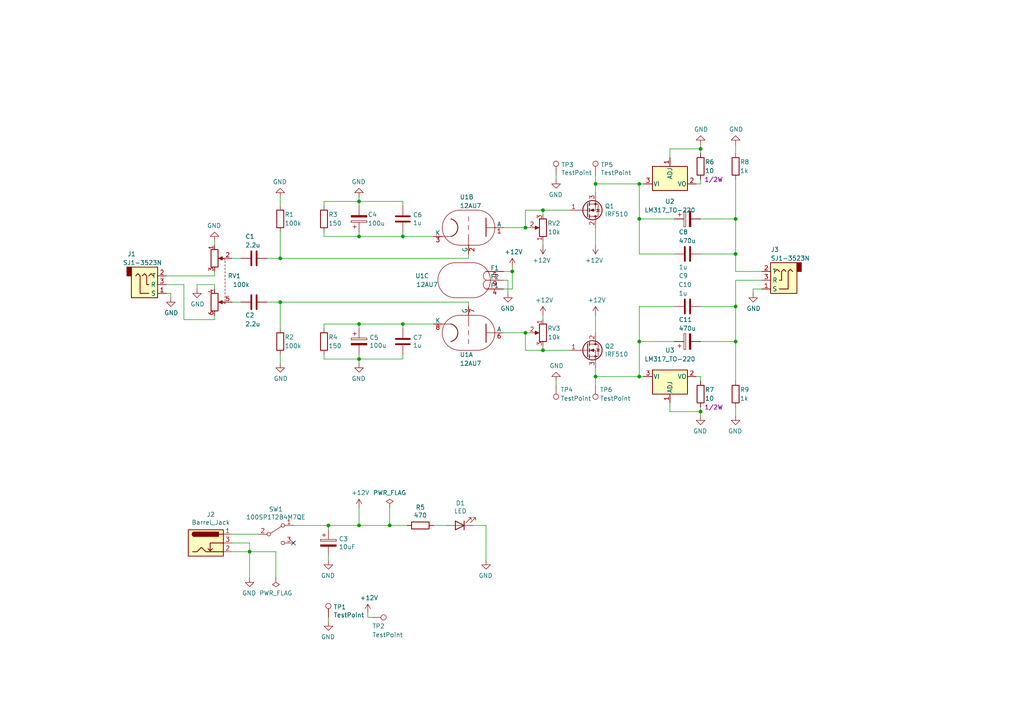
<source format=kicad_sch>
(kicad_sch (version 20211123) (generator eeschema)
  (paper "A4")
  (title_block (title "12AU7 Headphone Amplifier") (date "2020-11-06") (rev "2.0") (company "Aaron & Ryan Shappell"))
  (lib_symbols
    (symbol "12AU7-Amplifier:SJ-3523N"
      (property "Reference" "J" (at 0 8.89 0))
      (property "Value" "SJ-3523N" (at 0 6.35 0))
      (symbol "SJ-3523N_0_1"
        (rectangle (start -5.08 -5.08) (end -6.35 -2.54) (stroke (width 0.254)) (fill (type outline)))
        (polyline (pts (xy 0 -2.54) (xy 0.635 -3.175) (xy 1.27 -2.54)) (stroke (width 0.254)))
        (polyline (pts (xy -1.905 -2.54) (xy -1.27 -3.175) (xy -0.635 -2.54) (xy -0.635 0) (xy 0 0)) (stroke (width 0.254)))
        (polyline (pts (xy 0 2.54) (xy -2.54 2.54) (xy -2.54 -2.54) (xy -3.175 -3.175) (xy -3.81 -2.54)) (stroke (width 0.254)))
        (rectangle (start 2.54 3.81) (end -5.08 -5.08) (stroke (width 0.254)) (fill (type background)))
      )
      (symbol "SJ-3523N_1_1"
        (pin passive line (at 5.08 2.54 180) (length 2.54) (name "S") (number "1"))
        (pin passive line (at 5.08 -2.54 180) (length 2.54) (name "T") (number "2"))
        (pin passive line (at 5.08 0 180) (length 2.54) (name "R") (number "3"))
      )
    )
    (symbol "Connector:Barrel_Jack_Switch" (pin_names hide)
      (property "Reference" "J" (at 0 5.334 0))
      (property "Value" "Barrel_Jack_Switch" (at 0 -5.08 0))
      (symbol "Barrel_Jack_Switch_0_1"
        (rectangle (start -5.08 3.81) (end 5.08 -3.81) (stroke (width 0.254)) (fill (type background)))
        (arc (start -3.302 3.175) (mid -3.937 2.54) (end -3.302 1.905) (stroke (width 0.254)))
        (arc (start -3.302 3.175) (mid -3.937 2.54) (end -3.302 1.905) (stroke (width 0.254)) (fill (type outline)))
        (polyline (pts (xy 1.27 -2.286) (xy 1.905 -1.651)) (stroke (width 0.254)))
        (polyline (pts (xy 5.08 2.54) (xy 3.81 2.54)) (stroke (width 0.254)))
        (polyline (pts (xy 5.08 0) (xy 1.27 0) (xy 1.27 -2.286) (xy 0.635 -1.651)) (stroke (width 0.254)))
        (polyline (pts (xy -3.81 -2.54) (xy -2.54 -2.54) (xy -1.27 -1.27) (xy 0 -2.54) (xy 2.54 -2.54) (xy 5.08 -2.54)) (stroke (width 0.254)))
        (rectangle (start 3.683 3.175) (end -3.302 1.905) (stroke (width 0.254)) (fill (type outline)))
      )
      (symbol "Barrel_Jack_Switch_1_1"
        (pin passive line (at 7.62 2.54 180) (length 2.54) (name "~") (number "1"))
        (pin passive line (at 7.62 -2.54 180) (length 2.54) (name "~") (number "2"))
        (pin passive line (at 7.62 0 180) (length 2.54) (name "~") (number "3"))
      )
    )
    (symbol "Connector:TestPoint" (pin_numbers hide) (pin_names (offset 0.762) hide)
      (property "Reference" "TP" (at 0 6.858 0))
      (property "Value" "TestPoint" (at 0 5.08 0))
      (symbol "TestPoint_0_1"
        (circle (center 0 3.302) (radius 0.762))
      )
      (symbol "TestPoint_1_1"
        (pin passive line (at 0 0 90) (length 2.54) (name "1") (number "1"))
      )
    )
    (symbol "Device:C" (pin_numbers hide) (pin_names (offset 0.254))
      (property "Reference" "C" (at 0.635 2.54 0))
      (property "Value" "C" (at 0.635 -2.54 0))
      (symbol "C_0_1"
        (polyline (pts (xy -2.032 -0.762) (xy 2.032 -0.762)) (stroke (width 0.508)))
        (polyline (pts (xy -2.032 0.762) (xy 2.032 0.762)) (stroke (width 0.508)))
      )
      (symbol "C_1_1"
        (pin passive line (at 0 3.81 270) (length 2.794) (name "~") (number "1"))
        (pin passive line (at 0 -3.81 90) (length 2.794) (name "~") (number "2"))
      )
    )
    (symbol "Device:C_Polarized" (pin_numbers hide) (pin_names (offset 0.254))
      (property "Reference" "C" (at 0.635 2.54 0))
      (property "Value" "C_Polarized" (at 0.635 -2.54 0))
      (symbol "C_Polarized_0_1"
        (rectangle (start -2.286 0.508) (end 2.286 1.016))
        (polyline (pts (xy -1.778 2.286) (xy -0.762 2.286)))
        (polyline (pts (xy -1.27 2.794) (xy -1.27 1.778)))
        (rectangle (start 2.286 -0.508) (end -2.286 -1.016) (fill (type outline)))
      )
      (symbol "C_Polarized_1_1"
        (pin passive line (at 0 3.81 270) (length 2.794) (name "~") (number "1"))
        (pin passive line (at 0 -3.81 90) (length 2.794) (name "~") (number "2"))
      )
    )
    (symbol "Device:LED" (pin_numbers hide) (pin_names (offset 1.016) hide)
      (property "Reference" "D" (at 0 2.54 0))
      (property "Value" "LED" (at 0 -2.54 0))
      (symbol "LED_0_1"
        (polyline (pts (xy -1.27 -1.27) (xy -1.27 1.27)) (stroke (width 0.254)))
        (polyline (pts (xy -1.27 0) (xy 1.27 0)))
        (polyline (pts (xy 1.27 -1.27) (xy 1.27 1.27) (xy -1.27 0) (xy 1.27 -1.27)) (stroke (width 0.254)))
        (polyline (pts (xy -3.048 -0.762) (xy -4.572 -2.286) (xy -3.81 -2.286) (xy -4.572 -2.286) (xy -4.572 -1.524)))
        (polyline (pts (xy -1.778 -0.762) (xy -3.302 -2.286) (xy -2.54 -2.286) (xy -3.302 -2.286) (xy -3.302 -1.524)))
      )
      (symbol "LED_1_1"
        (pin passive line (at -3.81 0 0) (length 2.54) (name "K") (number "1"))
        (pin passive line (at 3.81 0 180) (length 2.54) (name "A") (number "2"))
      )
    )
    (symbol "Device:R" (pin_numbers hide) (pin_names (offset 0))
      (property "Reference" "R" (at 2.032 0 90))
      (property "Value" "R" (at 0 0 90))
      (symbol "R_0_1"
        (rectangle (start -1.016 -2.54) (end 1.016 2.54) (stroke (width 0.254)))
      )
      (symbol "R_1_1"
        (pin passive line (at 0 3.81 270) (length 1.27) (name "~") (number "1"))
        (pin passive line (at 0 -3.81 90) (length 1.27) (name "~") (number "2"))
      )
    )
    (symbol "Device:R_Potentiometer" (pin_names (offset 1.016) hide)
      (property "Reference" "RV" (at -4.445 0 90))
      (property "Value" "R_Potentiometer" (at -2.54 0 90))
      (symbol "R_Potentiometer_0_1"
        (polyline (pts (xy 2.54 0) (xy 1.524 0)))
        (polyline (pts (xy 1.143 0) (xy 2.286 0.508) (xy 2.286 -0.508) (xy 1.143 0)) (fill (type outline)))
        (rectangle (start 1.016 2.54) (end -1.016 -2.54) (stroke (width 0.254)))
      )
      (symbol "R_Potentiometer_1_1"
        (pin passive line (at 0 3.81 270) (length 1.27) (name "1") (number "1"))
        (pin passive line (at 3.81 0 180) (length 1.27) (name "2") (number "2"))
        (pin passive line (at 0 -3.81 90) (length 1.27) (name "3") (number "3"))
      )
    )
    (symbol "Device:R_Potentiometer_Dual" (pin_names (offset 1.016) hide)
      (property "Reference" "RV" (at 0 3.81 0))
      (property "Value" "R_Potentiometer_Dual" (at 0 1.905 0))
      (symbol "R_Potentiometer_Dual_0_1"
        (rectangle (start -8.89 -1.524) (end -3.81 -3.556) (stroke (width 0.254)))
        (polyline (pts (xy -6.35 0) (xy -6.35 -1.016)))
        (polyline (pts (xy -6.35 0) (xy -6.35 -1.016)))
        (polyline (pts (xy -6.35 0) (xy -5.842 0.508)))
        (polyline (pts (xy -5.588 0.508) (xy -5.08 0.508)))
        (polyline (pts (xy -4.572 0.508) (xy -4.064 0.508)))
        (polyline (pts (xy -3.556 0.508) (xy -3.048 0.508)))
        (polyline (pts (xy -2.54 0.508) (xy -2.032 0.508)))
        (polyline (pts (xy -1.524 0.508) (xy -1.016 0.508)))
        (polyline (pts (xy -0.508 0.508) (xy 0 0.508)))
        (polyline (pts (xy 0.508 0.508) (xy 1.016 0.508)))
        (polyline (pts (xy 1.524 0.508) (xy 2.032 0.508)))
        (polyline (pts (xy 2.54 0.508) (xy 3.048 0.508)))
        (polyline (pts (xy 3.556 0.508) (xy 4.064 0.508)))
        (polyline (pts (xy 4.572 0.508) (xy 5.08 0.508)))
        (polyline (pts (xy 5.588 0.508) (xy 6.096 0.508)))
        (polyline (pts (xy 6.35 0) (xy 6.35 -1.016)))
        (polyline (pts (xy 6.35 0) (xy 6.35 -1.016)))
        (polyline (pts (xy 6.604 0.508) (xy 6.858 0.508) (xy 6.35 0)))
        (polyline (pts (xy -6.35 -1.397) (xy -6.858 -0.254) (xy -5.842 -0.254) (xy -6.35 -1.397)) (fill (type outline)))
        (polyline (pts (xy 6.35 -1.397) (xy 5.842 -0.254) (xy 6.858 -0.254) (xy 6.35 -1.397)) (fill (type outline)))
        (rectangle (start 3.81 -1.524) (end 8.89 -3.556) (stroke (width 0.254)))
      )
      (symbol "R_Potentiometer_Dual_1_1"
        (pin passive line (at -10.16 -2.54 0) (length 1.27) (name "1") (number "1"))
        (pin passive line (at -6.35 2.54 270) (length 2.54) (name "2") (number "2"))
        (pin passive line (at -2.54 -2.54 180) (length 1.27) (name "3") (number "3"))
        (pin passive line (at 2.54 -2.54 0) (length 1.27) (name "4") (number "4"))
        (pin passive line (at 6.35 2.54 270) (length 2.54) (name "5") (number "5"))
        (pin passive line (at 10.16 -2.54 180) (length 1.27) (name "6") (number "6"))
      )
    )
    (symbol "Regulator_Linear:LM317_TO-220" (pin_names (offset 0.254))
      (property "Reference" "U" (at -3.81 3.175 0))
      (property "Value" "LM317_TO-220" (at 0 3.175 0))
      (symbol "LM317_TO-220_0_1"
        (rectangle (start -5.08 1.905) (end 5.08 -5.08) (stroke (width 0.254)) (fill (type background)))
      )
      (symbol "LM317_TO-220_1_1"
        (pin input line (at 0 -7.62 90) (length 2.54) (name "ADJ") (number "1"))
        (pin power_out line (at 7.62 0 180) (length 2.54) (name "VO") (number "2"))
        (pin power_in line (at -7.62 0 0) (length 2.54) (name "VI") (number "3"))
      )
    )
    (symbol "Switch:SW_SPDT" (pin_names (offset 0) hide)
      (property "Reference" "SW" (at 0 4.318 0))
      (property "Value" "SW_SPDT" (at 0 -5.08 0))
      (symbol "SW_SPDT_0_0"
        (circle (center -2.032 0) (radius 0.508))
        (circle (center 2.032 -2.54) (radius 0.508))
      )
      (symbol "SW_SPDT_0_1"
        (polyline (pts (xy -1.524 0.254) (xy 1.651 2.286)))
        (circle (center 2.032 2.54) (radius 0.508))
      )
      (symbol "SW_SPDT_1_1"
        (pin passive line (at 5.08 2.54 180) (length 2.54) (name "A") (number "1"))
        (pin passive line (at -5.08 0 0) (length 2.54) (name "B") (number "2"))
        (pin passive line (at 5.08 -2.54 180) (length 2.54) (name "C") (number "3"))
      )
    )
    (symbol "Transistor_FET:IRF540N" (pin_names hide)
      (property "Reference" "Q" (at 6.35 1.905 0))
      (property "Value" "IRF540N" (at 6.35 0 0))
      (symbol "IRF540N_0_1"
        (polyline (pts (xy 0.254 0) (xy -2.54 0)))
        (polyline (pts (xy 0.254 1.905) (xy 0.254 -1.905)) (stroke (width 0.254)))
        (polyline (pts (xy 0.762 -1.27) (xy 0.762 -2.286)) (stroke (width 0.254)))
        (polyline (pts (xy 0.762 0.508) (xy 0.762 -0.508)) (stroke (width 0.254)))
        (polyline (pts (xy 0.762 2.286) (xy 0.762 1.27)) (stroke (width 0.254)))
        (polyline (pts (xy 2.54 2.54) (xy 2.54 1.778)))
        (polyline (pts (xy 2.54 -2.54) (xy 2.54 0) (xy 0.762 0)))
        (polyline (pts (xy 0.762 -1.778) (xy 3.302 -1.778) (xy 3.302 1.778) (xy 0.762 1.778)))
        (polyline (pts (xy 1.016 0) (xy 2.032 0.381) (xy 2.032 -0.381) (xy 1.016 0)) (fill (type outline)))
        (polyline (pts (xy 2.794 0.508) (xy 2.921 0.381) (xy 3.683 0.381) (xy 3.81 0.254)))
        (polyline (pts (xy 3.302 0.381) (xy 2.921 -0.254) (xy 3.683 -0.254) (xy 3.302 0.381)))
        (circle (center 1.651 0) (radius 2.794) (stroke (width 0.254)))
        (circle (center 2.54 -1.778) (radius 0.254) (fill (type outline)))
        (circle (center 2.54 1.778) (radius 0.254) (fill (type outline)))
      )
      (symbol "IRF540N_1_1"
        (pin input line (at -5.08 0 0) (length 2.54) (name "G") (number "1"))
        (pin passive line (at 2.54 5.08 270) (length 2.54) (name "D") (number "2"))
        (pin passive line (at 2.54 -5.08 90) (length 2.54) (name "S") (number "3"))
      )
    )
    (symbol "Valve:ECC81" (pin_names (offset 0))
      (property "Reference" "U" (at 3.302 7.874 0))
      (property "Value" "ECC81" (at 8.89 -7.62 0))
      (symbol "ECC81_0_1"
        (arc (start -5.08 -2.54) (mid 0 -7.62) (end 5.08 -2.54))
        (polyline (pts (xy 5.08 2.54) (xy 5.08 -2.54)))
        (polyline (pts (xy -5.08 2.54) (xy -5.08 -2.54) (xy -5.08 -2.54)))
        (arc (start 5.08 2.54) (mid 0 7.62) (end -5.08 2.54))
      )
      (symbol "ECC81_1_0"
        (polyline (pts (xy -2.54 -5.08) (xy -2.54 -7.62)))
        (polyline (pts (xy 0 5.08) (xy 0 7.62)))
      )
      (symbol "ECC81_1_1"
        (polyline (pts (xy -5.08 0) (xy -3.175 0)))
        (polyline (pts (xy -1.905 0) (xy -3.175 0)) (stroke (width 0.1524)))
        (polyline (pts (xy -0.635 0) (xy 0.635 0)) (stroke (width 0.1524)))
        (polyline (pts (xy 1.905 0) (xy 3.175 0)) (stroke (width 0.1524)))
        (polyline (pts (xy -2.54 5.08) (xy 2.794 5.08) (xy 2.794 5.08)) (stroke (width 0.254)))
        (arc (start 2.54 -5.08) (mid 0 -3.0968) (end -2.54 -5.08) (stroke (width 0.254)))
        (pin output line (at 0 10.16 270) (length 2.54) (name "A") (number "6"))
        (pin input line (at -7.62 0 0) (length 2.54) (name "G") (number "7"))
        (pin bidirectional line (at -2.54 -10.16 90) (length 2.54) (name "K") (number "8"))
      )
      (symbol "ECC81_2_0"
        (polyline (pts (xy -2.54 -5.08) (xy -2.54 -7.62)))
        (polyline (pts (xy 0 5.08) (xy 0 7.62)))
      )
      (symbol "ECC81_2_1"
        (polyline (pts (xy -5.08 0) (xy -3.175 0)))
        (polyline (pts (xy -1.905 0) (xy -3.175 0)) (stroke (width 0.1524)))
        (polyline (pts (xy -0.635 0) (xy 0.635 0)) (stroke (width 0.1524)))
        (polyline (pts (xy 1.905 0) (xy 3.175 0)) (stroke (width 0.1524)))
        (polyline (pts (xy -2.54 5.08) (xy 2.794 5.08) (xy 2.794 5.08)) (stroke (width 0.254)))
        (arc (start 2.54 -5.08) (mid 0 -3.0968) (end -2.54 -5.08) (stroke (width 0.254)))
        (pin output line (at 0 10.16 270) (length 2.54) (name "A") (number "1"))
        (pin input line (at -7.62 0 0) (length 2.54) (name "G") (number "2"))
        (pin bidirectional line (at -2.54 -10.16 90) (length 2.54) (name "K") (number "3"))
      )
      (symbol "ECC81_3_1"
        (arc (start 0 -6.35) (mid -1.27 -5.5651) (end -2.54 -6.35))
        (arc (start 2.54 -6.35) (mid 1.27 -5.5651) (end 0 -6.35))
        (pin power_in line (at -2.54 -11.43 90) (length 5.08) (name "F1") (number "4"))
        (pin power_in line (at 2.54 -11.43 90) (length 5.08) (name "F1") (number "5"))
        (pin power_in line (at 0 -11.43 90) (length 5.08) (name "F2") (number "9"))
      )
    )
    (symbol "power:+12V" (power) (pin_names (offset 0))
      (property "Value" "+12V" (at 0 3.556 0))
      (symbol "+12V_0_1"
        (polyline (pts (xy -0.762 1.27) (xy 0 2.54)))
        (polyline (pts (xy 0 0) (xy 0 2.54)))
        (polyline (pts (xy 0 2.54) (xy 0.762 1.27)))
      )
      (symbol "+12V_1_1"
        (pin power_in line (at 0 0 90) (length 0) hide (name "+12V") (number "1"))
      )
    )
    (symbol "power:GND" (power) (pin_names (offset 0))
      (property "Value" "GND" (at 0 -3.81 0))
      (symbol "GND_0_1"
        (polyline (pts (xy 0 0) (xy 0 -1.27) (xy 1.27 -1.27) (xy 0 -2.54) (xy -1.27 -1.27) (xy 0 -1.27)))
      )
      (symbol "GND_1_1"
        (pin power_in line (at 0 0 270) (length 0) hide (name "GND") (number "1"))
      )
    )
    (symbol "power:PWR_FLAG" (power) (pin_numbers hide) (pin_names (offset 0) hide)
      (property "Value" "PWR_FLAG" (at 0 3.81 0))
      (symbol "PWR_FLAG_0_0"
        (pin power_out line (at 0 0 90) (length 0) (name "pwr") (number "1"))
      )
      (symbol "PWR_FLAG_0_1"
        (polyline (pts (xy 0 0) (xy 0 1.27) (xy -1.016 1.905) (xy 0 2.54) (xy 1.016 1.905) (xy 0 1.27)))
      )
    )
  )
  (junction (at 116.84 93.98))
  (junction (at 203.2 119.38))
  (junction (at 213.36 73.66))
  (junction (at 157.48 60.96))
  (junction (at 157.48 101.6))
  (junction (at 104.14 58.42))
  (junction (at 172.72 109.22))
  (junction (at 213.36 63.5))
  (junction (at 152.4 66.04))
  (junction (at 81.28 74.93))
  (junction (at 203.2 43.18))
  (junction (at 104.14 93.98))
  (junction (at 152.4 96.52))
  (junction (at 213.36 88.9))
  (junction (at 95.25 152.4))
  (junction (at 185.42 63.5))
  (junction (at 81.28 87.63))
  (junction (at 116.84 68.58))
  (junction (at 185.42 109.22))
  (junction (at 104.14 104.14))
  (junction (at 104.14 68.58))
  (junction (at 113.03 152.4))
  (junction (at 185.42 99.06))
  (junction (at 172.72 53.34))
  (junction (at 104.14 152.4))
  (junction (at 185.42 53.34))
  (junction (at 72.39 160.02))
  (junction (at 213.36 99.06))
  (junction (at 148.59 78.74))
  (no_connect (at 85.09 157.48))
  (wire (pts (xy 185.42 99.06) (xy 195.58 99.06)))
  (wire (pts (xy 146.05 81.28) (xy 147.32 81.28)))
  (wire (pts (xy 185.42 88.9) (xy 185.42 99.06)))
  (wire (pts (xy 104.14 104.14) (xy 93.98 104.14)))
  (wire (pts (xy 201.93 109.22) (xy 203.2 109.22)))
  (wire (pts (xy 185.42 109.22) (xy 185.42 99.06)))
  (wire (pts (xy 157.48 71.12) (xy 157.48 69.85)))
  (wire (pts (xy 93.98 104.14) (xy 93.98 102.87)))
  (wire (pts (xy 104.14 152.4) (xy 95.25 152.4)))
  (wire (pts (xy 93.98 58.42) (xy 93.98 59.69)))
  (wire (pts (xy 104.14 68.58) (xy 116.84 68.58)))
  (wire (pts (xy 67.31 154.94) (xy 74.93 154.94)))
  (wire (pts (xy 220.98 83.82) (xy 218.44 83.82)))
  (wire (pts (xy 48.26 82.55) (xy 53.34 82.55)))
  (wire (pts (xy 116.84 95.25) (xy 116.84 93.98)))
  (wire (pts (xy 218.44 83.82) (xy 218.44 85.09)))
  (wire (pts (xy 146.05 66.04) (xy 152.4 66.04)))
  (wire (pts (xy 77.47 87.63) (xy 81.28 87.63)))
  (wire (pts (xy 165.1 60.96) (xy 157.48 60.96)))
  (wire (pts (xy 113.03 152.4) (xy 118.11 152.4)))
  (wire (pts (xy 81.28 87.63) (xy 135.89 87.63)))
  (wire (pts (xy 81.28 74.93) (xy 81.28 67.31)))
  (wire (pts (xy 213.36 63.5) (xy 213.36 73.66)))
  (wire (pts (xy 135.89 74.93) (xy 135.89 73.66)))
  (wire (pts (xy 104.14 93.98) (xy 116.84 93.98)))
  (wire (pts (xy 213.36 99.06) (xy 213.36 110.49)))
  (wire (pts (xy 172.72 53.34) (xy 185.42 53.34)))
  (wire (pts (xy 203.2 120.65) (xy 203.2 119.38)))
  (wire (pts (xy 106.68 177.8) (xy 106.68 179.07)))
  (wire (pts (xy 213.36 88.9) (xy 213.36 81.28)))
  (wire (pts (xy 152.4 101.6) (xy 157.48 101.6)))
  (wire (pts (xy 104.14 58.42) (xy 104.14 57.15)))
  (wire (pts (xy 95.25 180.34) (xy 95.25 179.07)))
  (wire (pts (xy 135.89 87.63) (xy 135.89 88.9)))
  (wire (pts (xy 203.2 99.06) (xy 213.36 99.06)))
  (wire (pts (xy 140.97 152.4) (xy 140.97 162.56)))
  (wire (pts (xy 72.39 157.48) (xy 72.39 160.02)))
  (wire (pts (xy 104.14 68.58) (xy 93.98 68.58)))
  (wire (pts (xy 116.84 93.98) (xy 125.73 93.98)))
  (wire (pts (xy 146.05 83.82) (xy 148.59 83.82)))
  (wire (pts (xy 81.28 87.63) (xy 81.28 95.25)))
  (wire (pts (xy 95.25 153.67) (xy 95.25 152.4)))
  (wire (pts (xy 213.36 120.65) (xy 213.36 118.11)))
  (wire (pts (xy 203.2 41.91) (xy 203.2 43.18)))
  (wire (pts (xy 104.14 147.32) (xy 104.14 152.4)))
  (wire (pts (xy 104.14 102.87) (xy 104.14 104.14)))
  (wire (pts (xy 152.4 60.96) (xy 157.48 60.96)))
  (wire (pts (xy 157.48 101.6) (xy 165.1 101.6)))
  (wire (pts (xy 125.73 152.4) (xy 129.54 152.4)))
  (wire (pts (xy 53.34 82.55) (xy 53.34 92.71)))
  (wire (pts (xy 161.29 52.07) (xy 161.29 50.8)))
  (wire (pts (xy 161.29 111.76) (xy 161.29 110.49)))
  (wire (pts (xy 146.05 96.52) (xy 152.4 96.52)))
  (wire (pts (xy 116.84 68.58) (xy 125.73 68.58)))
  (wire (pts (xy 104.14 105.41) (xy 104.14 104.14)))
  (wire (pts (xy 104.14 95.25) (xy 104.14 93.98)))
  (wire (pts (xy 81.28 74.93) (xy 135.89 74.93)))
  (wire (pts (xy 116.84 59.69) (xy 116.84 58.42)))
  (wire (pts (xy 80.01 167.64) (xy 80.01 160.02)))
  (wire (pts (xy 185.42 53.34) (xy 185.42 63.5)))
  (wire (pts (xy 185.42 63.5) (xy 195.58 63.5)))
  (wire (pts (xy 152.4 96.52) (xy 152.4 101.6)))
  (wire (pts (xy 194.31 45.72) (xy 194.31 43.18)))
  (wire (pts (xy 116.84 104.14) (xy 104.14 104.14)))
  (wire (pts (xy 157.48 101.6) (xy 157.48 100.33)))
  (wire (pts (xy 201.93 53.34) (xy 203.2 53.34)))
  (wire (pts (xy 72.39 167.64) (xy 72.39 160.02)))
  (wire (pts (xy 49.53 85.09) (xy 49.53 86.36)))
  (wire (pts (xy 95.25 162.56) (xy 95.25 161.29)))
  (wire (pts (xy 67.31 87.63) (xy 69.85 87.63)))
  (wire (pts (xy 185.42 109.22) (xy 172.72 109.22)))
  (wire (pts (xy 146.05 78.74) (xy 148.59 78.74)))
  (wire (pts (xy 53.34 92.71) (xy 62.23 92.71)))
  (wire (pts (xy 194.31 43.18) (xy 203.2 43.18)))
  (wire (pts (xy 213.36 78.74) (xy 220.98 78.74)))
  (wire (pts (xy 116.84 67.31) (xy 116.84 68.58)))
  (wire (pts (xy 104.14 152.4) (xy 113.03 152.4)))
  (wire (pts (xy 85.09 152.4) (xy 95.25 152.4)))
  (wire (pts (xy 213.36 81.28) (xy 220.98 81.28)))
  (wire (pts (xy 62.23 92.71) (xy 62.23 91.44)))
  (wire (pts (xy 148.59 78.74) (xy 148.59 77.47)))
  (wire (pts (xy 195.58 73.66) (xy 185.42 73.66)))
  (wire (pts (xy 203.2 119.38) (xy 203.2 118.11)))
  (wire (pts (xy 157.48 60.96) (xy 157.48 62.23)))
  (wire (pts (xy 203.2 43.18) (xy 203.2 44.45)))
  (wire (pts (xy 80.01 160.02) (xy 72.39 160.02)))
  (wire (pts (xy 116.84 102.87) (xy 116.84 104.14)))
  (wire (pts (xy 57.15 82.55) (xy 57.15 83.82)))
  (wire (pts (xy 152.4 96.52) (xy 153.67 96.52)))
  (wire (pts (xy 48.26 80.01) (xy 62.23 80.01)))
  (wire (pts (xy 203.2 63.5) (xy 213.36 63.5)))
  (wire (pts (xy 172.72 53.34) (xy 172.72 50.8)))
  (wire (pts (xy 81.28 74.93) (xy 77.47 74.93)))
  (wire (pts (xy 137.16 152.4) (xy 140.97 152.4)))
  (wire (pts (xy 62.23 82.55) (xy 57.15 82.55)))
  (wire (pts (xy 203.2 73.66) (xy 213.36 73.66)))
  (wire (pts (xy 72.39 160.02) (xy 67.31 160.02)))
  (wire (pts (xy 147.32 81.28) (xy 147.32 85.09)))
  (wire (pts (xy 62.23 71.12) (xy 62.23 69.85)))
  (wire (pts (xy 152.4 66.04) (xy 152.4 60.96)))
  (wire (pts (xy 185.42 53.34) (xy 186.69 53.34)))
  (wire (pts (xy 213.36 41.91) (xy 213.36 44.45)))
  (wire (pts (xy 172.72 111.76) (xy 172.72 109.22)))
  (wire (pts (xy 67.31 157.48) (xy 72.39 157.48)))
  (wire (pts (xy 69.85 74.93) (xy 67.31 74.93)))
  (wire (pts (xy 93.98 95.25) (xy 93.98 93.98)))
  (wire (pts (xy 172.72 71.12) (xy 172.72 66.04)))
  (wire (pts (xy 213.36 73.66) (xy 213.36 78.74)))
  (wire (pts (xy 62.23 83.82) (xy 62.23 82.55)))
  (wire (pts (xy 113.03 147.32) (xy 113.03 152.4)))
  (wire (pts (xy 106.68 179.07) (xy 107.95 179.07)))
  (wire (pts (xy 116.84 58.42) (xy 104.14 58.42)))
  (wire (pts (xy 172.72 53.34) (xy 172.72 55.88)))
  (wire (pts (xy 203.2 88.9) (xy 213.36 88.9)))
  (wire (pts (xy 213.36 63.5) (xy 213.36 52.07)))
  (wire (pts (xy 62.23 78.74) (xy 62.23 80.01)))
  (wire (pts (xy 194.31 119.38) (xy 203.2 119.38)))
  (wire (pts (xy 148.59 83.82) (xy 148.59 78.74)))
  (wire (pts (xy 104.14 67.31) (xy 104.14 68.58)))
  (wire (pts (xy 203.2 109.22) (xy 203.2 110.49)))
  (wire (pts (xy 157.48 91.44) (xy 157.48 92.71)))
  (wire (pts (xy 104.14 93.98) (xy 93.98 93.98)))
  (wire (pts (xy 186.69 109.22) (xy 185.42 109.22)))
  (wire (pts (xy 152.4 66.04) (xy 153.67 66.04)))
  (wire (pts (xy 81.28 102.87) (xy 81.28 105.41)))
  (wire (pts (xy 172.72 91.44) (xy 172.72 96.52)))
  (wire (pts (xy 48.26 85.09) (xy 49.53 85.09)))
  (wire (pts (xy 93.98 67.31) (xy 93.98 68.58)))
  (wire (pts (xy 104.14 58.42) (xy 93.98 58.42)))
  (wire (pts (xy 203.2 52.07) (xy 203.2 53.34)))
  (wire (pts (xy 194.31 116.84) (xy 194.31 119.38)))
  (wire (pts (xy 104.14 59.69) (xy 104.14 58.42)))
  (wire (pts (xy 213.36 88.9) (xy 213.36 99.06)))
  (wire (pts (xy 81.28 57.15) (xy 81.28 59.69)))
  (wire (pts (xy 195.58 88.9) (xy 185.42 88.9)))
  (wire (pts (xy 172.72 106.68) (xy 172.72 109.22)))
  (wire (pts (xy 185.42 73.66) (xy 185.42 63.5)))
  (symbol (lib_id "Device:R") (at 93.98 63.5 0) (unit 1)
    (property "Reference" "R3" (at 95.25 62.23 0) (effects (justify left)))
    (property "Value" "150" (at 95.25 64.77 0) (effects (justify left)))
    (property "Footprint" "Resistor_THT:R_Axial_DIN0207_L6.3mm_D2.5mm_P10.16mm_Horizontal" (effects hide))
  )
  (symbol (lib_id "Device:R") (at 81.28 99.06 0) (unit 1)
    (property "Reference" "R2" (at 82.55 97.79 0) (effects (justify left)))
    (property "Value" "100k" (at 82.55 100.33 0) (effects (justify left)))
    (property "Footprint" "Resistor_THT:R_Axial_DIN0207_L6.3mm_D2.5mm_P10.16mm_Horizontal" (effects hide))
  )
  (symbol (lib_id "Device:R_Potentiometer_Dual") (at 64.77 81.28 270) (unit 1)
    (property "Reference" "RV1" (at 69.85 80.01 90) (effects (justify right)))
    (property "Value" "100k" (at 72.39 82.55 90) (effects (justify right)))
    (property "Footprint" "12AU7-Amplifier:Alps_100KAX2" (effects hide))
  )
  (symbol (lib_id "Device:C") (at 73.66 87.63 270) (unit 1)
    (property "Reference" "C2" (at 71.12 91.44 90) (effects (justify left)))
    (property "Value" "2.2u" (at 71.12 93.98 90) (effects (justify left)))
    (property "Footprint" "Capacitor_THT:C_Rect_L18.0mm_W11.0mm_P15.00mm_FKS3_FKP3" (effects hide))
  )
  (symbol (lib_id "power:GND") (at 81.28 57.15 180) (unit 1)
    (property "Reference" "#PWR05" (effects hide))
    (property "Value" "GND" (at 81.153 52.7558 0))
  )
  (symbol (lib_id "Device:C_Polarized") (at 104.14 63.5 0) (mirror x) (unit 1)
    (property "Reference" "C4" (at 106.68 62.23 0) (effects (justify left)))
    (property "Value" "100u" (at 106.68 64.77 0) (effects (justify left)))
    (property "Footprint" "Capacitor_THT:CP_Radial_D8.0mm_P3.50mm" (effects hide))
  )
  (symbol (lib_id "power:GND") (at 81.28 105.41 0) (unit 1)
    (property "Reference" "#PWR06" (effects hide))
    (property "Value" "GND" (at 81.407 109.8042 0))
  )
  (symbol (lib_id "power:GND") (at 104.14 57.15 180) (unit 1)
    (property "Reference" "#PWR08" (effects hide))
    (property "Value" "GND" (at 104.013 52.7558 0))
  )
  (symbol (lib_id "Device:R_Potentiometer") (at 157.48 96.52 0) (mirror y) (unit 1)
    (property "Reference" "RV3" (at 162.56 95.25 0) (effects (justify left)))
    (property "Value" "10k" (at 162.56 97.79 0) (effects (justify left)))
    (property "Footprint" "12AU7-Amplifier:CT6EP103" (effects hide))
  )
  (symbol (lib_id "Transistor_FET:IRF540N") (at 170.18 101.6 0) (unit 1)
    (property "Reference" "Q2" (at 175.4124 100.4316 0) (effects (justify left)))
    (property "Value" "IRF510" (at 175.4124 102.743 0) (effects (justify left)))
    (property "Footprint" "Package_TO_SOT_THT:TO-220-3_Vertical" (effects hide))
    (property "Datasheet" "http://www.irf.com/product-info/datasheets/data/irf540n.pdf" (effects hide))
  )
  (symbol (lib_id "power:+12V") (at 172.72 91.44 0) (unit 1)
    (property "Reference" "#PWR017" (effects hide))
    (property "Value" "+12V" (at 173.101 87.0458 0))
  )
  (symbol (lib_id "Device:R") (at 203.2 114.3 0) (unit 1)
    (property "Reference" "R7" (at 204.47 113.03 0) (effects (justify left)))
    (property "Value" "10" (at 204.47 115.57 0) (effects (justify left)))
    (property "Footprint" "Resistor_THT:R_Axial_DIN0207_L6.3mm_D2.5mm_P10.16mm_Horizontal" (effects hide))
    (property "Field4" "1/2W" (at 207.01 118.11 0))
  )
  (symbol (lib_id "Device:R") (at 213.36 114.3 0) (unit 1)
    (property "Reference" "R9" (at 214.63 113.03 0) (effects (justify left)))
    (property "Value" "1k" (at 214.63 115.57 0) (effects (justify left)))
    (property "Footprint" "Resistor_THT:R_Axial_DIN0207_L6.3mm_D2.5mm_P10.16mm_Horizontal" (effects hide))
  )
  (symbol (lib_id "Device:C_Polarized") (at 199.39 99.06 90) (unit 1)
    (property "Reference" "C11" (at 196.85 92.71 90) (effects (justify right)))
    (property "Value" "470u" (at 196.85 95.25 90) (effects (justify right)))
    (property "Footprint" "Capacitor_THT:CP_Radial_D10.0mm_P5.00mm" (effects hide))
  )
  (symbol (lib_id "power:GND") (at 218.44 85.09 0) (unit 1)
    (property "Reference" "#PWR022" (effects hide))
    (property "Value" "GND" (at 218.567 89.4842 0))
  )
  (symbol (lib_id "Device:C_Polarized") (at 95.25 157.48 0) (unit 1)
    (property "Reference" "C3" (at 98.2472 156.3116 0) (effects (justify left)))
    (property "Value" "10uF" (at 98.2472 158.623 0) (effects (justify left)))
    (property "Footprint" "Capacitor_THT:CP_Radial_D5.0mm_P2.50mm" (effects hide))
  )
  (symbol (lib_id "Switch:SW_SPDT") (at 80.01 154.94 0) (unit 1)
    (property "Reference" "SW1" (at 80.01 147.701 0))
    (property "Value" "100SP1T2B4M7QE" (at 80.01 150.0124 0))
    (property "Footprint" "12AU7-Amplifier:100SP1T2B4M7QE" (effects hide))
  )
  (symbol (lib_id "power:GND") (at 104.14 105.41 0) (mirror y) (unit 1)
    (property "Reference" "#PWR09" (effects hide))
    (property "Value" "GND" (at 104.013 109.8042 0))
  )
  (symbol (lib_id "Device:C_Polarized") (at 104.14 99.06 0) (unit 1)
    (property "Reference" "C5" (at 107.1372 97.8916 0) (effects (justify left)))
    (property "Value" "100u" (at 107.1372 100.203 0) (effects (justify left)))
    (property "Footprint" "Capacitor_THT:CP_Radial_D8.0mm_P3.50mm" (effects hide))
  )
  (symbol (lib_id "Device:C") (at 73.66 74.93 270) (mirror x) (unit 1)
    (property "Reference" "C1" (at 71.12 68.58 90) (effects (justify left)))
    (property "Value" "2.2u" (at 71.12 71.12 90) (effects (justify left)))
    (property "Footprint" "Capacitor_THT:C_Rect_L18.0mm_W11.0mm_P15.00mm_FKS3_FKP3" (effects hide))
  )
  (symbol (lib_id "Device:R") (at 81.28 63.5 0) (unit 1)
    (property "Reference" "R1" (at 82.55 62.23 0) (effects (justify left)))
    (property "Value" "100k" (at 82.55 64.77 0) (effects (justify left)))
    (property "Footprint" "Resistor_THT:R_Axial_DIN0207_L6.3mm_D2.5mm_P10.16mm_Horizontal" (effects hide))
  )
  (symbol (lib_id "Device:R") (at 93.98 99.06 0) (mirror x) (unit 1)
    (property "Reference" "R4" (at 95.25 97.79 0) (effects (justify left)))
    (property "Value" "150" (at 95.25 100.33 0) (effects (justify left)))
    (property "Footprint" "Resistor_THT:R_Axial_DIN0207_L6.3mm_D2.5mm_P10.16mm_Horizontal" (effects hide))
  )
  (symbol (lib_id "power:GND") (at 95.25 162.56 0) (mirror y) (unit 1)
    (property "Reference" "#PWR07" (effects hide))
    (property "Value" "GND" (at 95.123 166.9542 0))
  )
  (symbol (lib_id "Device:R_Potentiometer") (at 157.48 66.04 180) (unit 1)
    (property "Reference" "RV2" (at 162.56 64.77 0) (effects (justify left)))
    (property "Value" "10k" (at 162.56 67.31 0) (effects (justify left)))
    (property "Footprint" "12AU7-Amplifier:CT6EP103" (effects hide))
  )
  (symbol (lib_id "Device:R") (at 213.36 48.26 0) (mirror x) (unit 1)
    (property "Reference" "R8" (at 214.63 46.99 0) (effects (justify left)))
    (property "Value" "1k" (at 214.63 49.53 0) (effects (justify left)))
    (property "Footprint" "Resistor_THT:R_Axial_DIN0207_L6.3mm_D2.5mm_P10.16mm_Horizontal" (effects hide))
  )
  (symbol (lib_id "Device:C_Polarized") (at 199.39 63.5 90) (mirror x) (unit 1)
    (property "Reference" "C8" (at 196.85 67.31 90) (effects (justify right)))
    (property "Value" "470u" (at 196.85 69.85 90) (effects (justify right)))
    (property "Footprint" "Capacitor_THT:CP_Radial_D10.0mm_P5.00mm" (effects hide))
  )
  (symbol (lib_id "Device:R") (at 203.2 48.26 0) (mirror x) (unit 1)
    (property "Reference" "R6" (at 204.47 46.99 0) (effects (justify left)))
    (property "Value" "10" (at 204.47 49.53 0) (effects (justify left)))
    (property "Footprint" "Resistor_THT:R_Axial_DIN0207_L6.3mm_D2.5mm_P10.16mm_Horizontal" (effects hide))
    (property "Field4" "1/2W" (at 207.01 52.07 0))
  )
  (symbol (lib_id "Transistor_FET:IRF540N") (at 170.18 60.96 0) (mirror x) (unit 1)
    (property "Reference" "Q1" (at 175.4124 59.7916 0) (effects (justify left)))
    (property "Value" "IRF510" (at 175.4124 62.103 0) (effects (justify left)))
    (property "Footprint" "Package_TO_SOT_THT:TO-220-3_Vertical" (effects hide))
    (property "Datasheet" "http://www.irf.com/product-info/datasheets/data/irf540n.pdf" (effects hide))
  )
  (symbol (lib_id "power:+12V") (at 172.72 71.12 180) (unit 1)
    (property "Reference" "#PWR016" (effects hide))
    (property "Value" "+12V" (at 172.339 75.5142 0))
  )
  (symbol (lib_id "Connector:Barrel_Jack_Switch") (at 59.69 157.48 0) (unit 1)
    (property "Reference" "J2" (at 61.1378 149.225 0))
    (property "Value" "Barrel_Jack" (at 61.1378 151.5364 0))
    (property "Footprint" "12AU7-Amplifier:BarrelJack_Horizontal" (effects hide))
  )
  (symbol (lib_id "power:GND") (at 72.39 167.64 0) (mirror y) (unit 1)
    (property "Reference" "#PWR04" (effects hide))
    (property "Value" "GND" (at 72.263 172.0342 0))
  )
  (symbol (lib_id "Device:R") (at 121.92 152.4 90) (mirror x) (unit 1)
    (property "Reference" "R5" (at 121.92 147.1422 90))
    (property "Value" "470" (at 121.92 149.4536 90))
    (property "Footprint" "Resistor_THT:R_Axial_DIN0207_L6.3mm_D2.5mm_P10.16mm_Horizontal" (effects hide))
  )
  (symbol (lib_id "power:+12V") (at 104.14 147.32 0) (unit 1)
    (property "Reference" "#PWR010" (effects hide))
    (property "Value" "+12V" (at 104.521 142.9258 0))
  )
  (symbol (lib_id "Device:LED") (at 133.35 152.4 180) (unit 1)
    (property "Reference" "D1" (at 133.5278 145.923 0))
    (property "Value" "LED" (at 133.5278 148.2344 0))
    (property "Footprint" "LED_THT:LED_D5.0mm_Horizontal_O1.27mm_Z3.0mm" (effects hide))
  )
  (symbol (lib_id "power:GND") (at 140.97 162.56 0) (mirror y) (unit 1)
    (property "Reference" "#PWR011" (effects hide))
    (property "Value" "GND" (at 140.843 166.9542 0))
  )
  (symbol (lib_id "power:PWR_FLAG") (at 113.03 147.32 0) (unit 1)
    (property "Reference" "#FLG02" (effects hide))
    (property "Value" "PWR_FLAG" (at 113.03 142.9258 0))
  )
  (symbol (lib_id "power:PWR_FLAG") (at 80.01 167.64 180) (unit 1)
    (property "Reference" "#FLG01" (effects hide))
    (property "Value" "PWR_FLAG" (at 80.01 172.0342 0))
  )
  (symbol (lib_id "12AU7-Amplifier:SJ-3523N") (at 43.18 82.55 0) (mirror x) (unit 1)
    (property "Reference" "J1" (at 39.37 73.66 0) (effects (justify right)))
    (property "Value" "SJ1-3523N" (at 46.99 76.2 0) (effects (justify right)))
    (property "Footprint" "12AU7-Amplifier:Headphone_Jack_3.5mm_SJ1-3523N" (effects hide))
    (property "Datasheet" "https://www.cuidevices.com/product/resource/sj1-352xn.pdf" (effects hide))
  )
  (symbol (lib_id "12AU7-Amplifier:SJ-3523N") (at 226.06 81.28 180) (unit 1)
    (property "Reference" "J3" (at 223.52 72.39 0) (effects (justify right)))
    (property "Value" "SJ1-3523N" (at 223.52 74.93 0) (effects (justify right)))
    (property "Footprint" "12AU7-Amplifier:Headphone_Jack_3.5mm_SJ1-3523N" (effects hide))
    (property "Datasheet" "https://www.cuidevices.com/product/resource/sj1-352xn.pdf" (effects hide))
  )
  (symbol (lib_id "Valve:ECC81") (at 135.89 96.52 270) (unit 1)
    (property "Reference" "U1" (at 133.35 102.87 90) (effects (justify left)))
    (property "Value" "12AU7" (at 133.35 105.41 90) (effects (justify left)))
    (property "Footprint" "Valve:Valve_Noval_P" (effects hide))
    (property "Datasheet" "http://www.r-type.org/pdfs/ecc81.pdf" (effects hide))
  )
  (symbol (lib_id "Valve:ECC81") (at 135.89 66.04 270) (mirror x) (unit 2)
    (property "Reference" "U1" (at 133.35 57.15 90) (effects (justify left)))
    (property "Value" "12AU7" (at 133.35 59.69 90) (effects (justify left)))
    (property "Footprint" "Valve:Valve_Noval_P" (effects hide))
    (property "Datasheet" "http://www.r-type.org/pdfs/ecc81.pdf" (effects hide))
  )
  (symbol (lib_id "Valve:ECC81") (at 134.62 81.28 90) (unit 3)
    (property "Reference" "U1" (at 124.46 80.01 90) (effects (justify left)))
    (property "Value" "12AU7" (at 127 82.55 90) (effects (justify left)))
    (property "Footprint" "Valve:Valve_Noval_P" (effects hide))
    (property "Datasheet" "http://www.r-type.org/pdfs/ecc81.pdf" (effects hide))
  )
  (symbol (lib_id "Device:C") (at 116.84 63.5 0) (unit 1)
    (property "Reference" "C6" (at 119.761 62.3316 0) (effects (justify left)))
    (property "Value" "1u" (at 119.761 64.643 0) (effects (justify left)))
    (property "Footprint" "Capacitor_THT:C_Rect_L18.0mm_W8.0mm_P15.00mm_FKS3_FKP3" (effects hide))
  )
  (symbol (lib_id "Device:C") (at 116.84 99.06 0) (unit 1)
    (property "Reference" "C7" (at 119.761 97.8916 0) (effects (justify left)))
    (property "Value" "1u" (at 119.761 100.203 0) (effects (justify left)))
    (property "Footprint" "Capacitor_THT:C_Rect_L18.0mm_W8.0mm_P15.00mm_FKS3_FKP3" (effects hide))
  )
  (symbol (lib_id "Device:C") (at 199.39 88.9 90) (unit 1)
    (property "Reference" "C10" (at 200.66 82.55 90) (effects (justify left)))
    (property "Value" "1u" (at 199.39 85.09 90) (effects (justify left)))
    (property "Footprint" "Capacitor_THT:C_Rect_L18.0mm_W8.0mm_P15.00mm_FKS3_FKP3" (effects hide))
  )
  (symbol (lib_id "Device:C") (at 199.39 73.66 270) (unit 1)
    (property "Reference" "C9" (at 196.85 80.01 90) (effects (justify left)))
    (property "Value" "1u" (at 196.85 77.47 90) (effects (justify left)))
    (property "Footprint" "Capacitor_THT:C_Rect_L18.0mm_W8.0mm_P15.00mm_FKS3_FKP3" (effects hide))
  )
  (symbol (lib_id "power:+12V") (at 157.48 91.44 0) (unit 1)
    (property "Reference" "#PWR015" (effects hide))
    (property "Value" "+12V" (at 157.861 87.0458 0))
  )
  (symbol (lib_id "power:GND") (at 203.2 120.65 0) (mirror y) (unit 1)
    (property "Reference" "#PWR019" (effects hide))
    (property "Value" "GND" (at 203.073 125.0442 0))
  )
  (symbol (lib_id "power:GND") (at 213.36 120.65 0) (mirror y) (unit 1)
    (property "Reference" "#PWR021" (effects hide))
    (property "Value" "GND" (at 213.233 125.0442 0))
  )
  (symbol (lib_id "power:GND") (at 147.32 85.09 0) (mirror y) (unit 1)
    (property "Reference" "#PWR012" (effects hide))
    (property "Value" "GND" (at 147.193 89.4842 0))
  )
  (symbol (lib_id "power:+12V") (at 148.59 77.47 0) (unit 1)
    (property "Reference" "#PWR013" (effects hide))
    (property "Value" "+12V" (at 148.971 73.0758 0))
  )
  (symbol (lib_id "Connector:TestPoint") (at 95.25 179.07 0) (unit 1)
    (property "Reference" "TP1" (at 96.7232 176.0728 0) (effects (justify left)))
    (property "Value" "TestPoint" (at 96.7232 178.3842 0) (effects (justify left)))
    (property "Footprint" "TestPoint:TestPoint_THTPad_2.0x2.0mm_Drill1.0mm" (effects hide))
  )
  (symbol (lib_id "Connector:TestPoint") (at 172.72 50.8 0) (unit 1)
    (property "Reference" "TP5" (at 174.1932 47.8028 0) (effects (justify left)))
    (property "Value" "TestPoint" (at 174.1932 50.1142 0) (effects (justify left)))
    (property "Footprint" "TestPoint:TestPoint_THTPad_D2.0mm_Drill1.0mm" (effects hide))
  )
  (symbol (lib_id "Connector:TestPoint") (at 161.29 50.8 0) (unit 1)
    (property "Reference" "TP3" (at 162.7632 47.8028 0) (effects (justify left)))
    (property "Value" "TestPoint" (at 162.7632 50.1142 0) (effects (justify left)))
    (property "Footprint" "TestPoint:TestPoint_THTPad_2.0x2.0mm_Drill1.0mm" (effects hide))
  )
  (symbol (lib_id "Connector:TestPoint") (at 172.72 111.76 180) (unit 1)
    (property "Reference" "TP6" (at 173.99 113.03 0) (effects (justify right)))
    (property "Value" "TestPoint" (at 173.99 115.57 0) (effects (justify right)))
    (property "Footprint" "TestPoint:TestPoint_THTPad_D2.0mm_Drill1.0mm" (effects hide))
  )
  (symbol (lib_id "power:GND") (at 161.29 52.07 0) (mirror y) (unit 1)
    (property "Reference" "#PWR025" (effects hide))
    (property "Value" "GND" (at 161.163 56.4642 0))
  )
  (symbol (lib_id "power:GND") (at 161.29 110.49 0) (mirror x) (unit 1)
    (property "Reference" "#PWR026" (effects hide))
    (property "Value" "GND" (at 161.417 106.0958 0))
  )
  (symbol (lib_id "power:+12V") (at 157.48 71.12 180) (unit 1)
    (property "Reference" "#PWR014" (effects hide))
    (property "Value" "+12V" (at 157.099 75.5142 0))
  )
  (symbol (lib_id "power:GND") (at 203.2 41.91 0) (mirror x) (unit 1)
    (property "Reference" "#PWR018" (effects hide))
    (property "Value" "GND" (at 203.327 37.5158 0))
  )
  (symbol (lib_id "power:GND") (at 213.36 41.91 0) (mirror x) (unit 1)
    (property "Reference" "#PWR020" (effects hide))
    (property "Value" "GND" (at 213.487 37.5158 0))
  )
  (symbol (lib_id "Connector:TestPoint") (at 161.29 111.76 180) (unit 1)
    (property "Reference" "TP4" (at 162.56 113.03 0) (effects (justify right)))
    (property "Value" "TestPoint" (at 162.56 115.57 0) (effects (justify right)))
    (property "Footprint" "TestPoint:TestPoint_THTPad_2.0x2.0mm_Drill1.0mm" (effects hide))
  )
  (symbol (lib_id "power:GND") (at 62.23 69.85 180) (unit 1)
    (property "Reference" "#PWR03" (effects hide))
    (property "Value" "GND" (at 62.103 65.4558 0))
  )
  (symbol (lib_id "power:GND") (at 95.25 180.34 0) (mirror y) (unit 1)
    (property "Reference" "#PWR023" (effects hide))
    (property "Value" "GND" (at 95.123 184.7342 0))
  )
  (symbol (lib_id "power:+12V") (at 106.68 177.8 0) (unit 1)
    (property "Reference" "#PWR024" (effects hide))
    (property "Value" "+12V" (at 107.061 173.4058 0))
  )
  (symbol (lib_id "Connector:TestPoint") (at 107.95 179.07 270) (unit 1)
    (property "Reference" "TP2" (at 107.95 181.61 90) (effects (justify left)))
    (property "Value" "TestPoint" (at 107.95 184.15 90) (effects (justify left)))
    (property "Footprint" "TestPoint:TestPoint_THTPad_D2.0mm_Drill1.0mm" (effects hide))
  )
  (symbol (lib_id "power:GND") (at 49.53 86.36 0) (unit 1)
    (property "Reference" "#PWR01" (effects hide))
    (property "Value" "GND" (at 49.657 90.7542 0))
  )
  (symbol (lib_id "power:GND") (at 57.15 83.82 0) (unit 1)
    (property "Reference" "#PWR02" (effects hide))
    (property "Value" "GND" (at 57.277 88.2142 0))
  )
  (symbol (lib_id "Regulator_Linear:LM317_TO-220") (at 194.31 53.34 0) (mirror x) (unit 1)
    (property "Reference" "U2" (at 194.31 58.42 0))
    (property "Value" "LM317_TO-220" (at 194.31 60.96 0))
    (property "Footprint" "Package_TO_SOT_THT:TO-220-3_Vertical" (effects hide))
    (property "Datasheet" "http://www.ti.com/lit/ds/symlink/lm317.pdf" (effects hide))
  )
  (symbol (lib_id "Regulator_Linear:LM317_TO-220") (at 194.31 109.22 0) (unit 1)
    (property "Reference" "U3" (at 194.31 101.6 0))
    (property "Value" "LM317_TO-220" (at 194.31 104.14 0))
    (property "Footprint" "Package_TO_SOT_THT:TO-220-3_Vertical" (effects hide))
    (property "Datasheet" "http://www.ti.com/lit/ds/symlink/lm317.pdf" (effects hide))
  )
)
</source>
